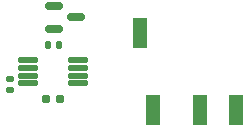
<source format=gbr>
%TF.GenerationSoftware,KiCad,Pcbnew,8.0.3-8.0.3-0~ubuntu23.10.1*%
%TF.CreationDate,2024-10-17T21:53:55-04:00*%
%TF.ProjectId,INA333,494e4133-3333-42e6-9b69-6361645f7063,rev?*%
%TF.SameCoordinates,Original*%
%TF.FileFunction,Paste,Top*%
%TF.FilePolarity,Positive*%
%FSLAX46Y46*%
G04 Gerber Fmt 4.6, Leading zero omitted, Abs format (unit mm)*
G04 Created by KiCad (PCBNEW 8.0.3-8.0.3-0~ubuntu23.10.1) date 2024-10-17 21:53:55*
%MOMM*%
%LPD*%
G01*
G04 APERTURE LIST*
G04 Aperture macros list*
%AMRoundRect*
0 Rectangle with rounded corners*
0 $1 Rounding radius*
0 $2 $3 $4 $5 $6 $7 $8 $9 X,Y pos of 4 corners*
0 Add a 4 corners polygon primitive as box body*
4,1,4,$2,$3,$4,$5,$6,$7,$8,$9,$2,$3,0*
0 Add four circle primitives for the rounded corners*
1,1,$1+$1,$2,$3*
1,1,$1+$1,$4,$5*
1,1,$1+$1,$6,$7*
1,1,$1+$1,$8,$9*
0 Add four rect primitives between the rounded corners*
20,1,$1+$1,$2,$3,$4,$5,0*
20,1,$1+$1,$4,$5,$6,$7,0*
20,1,$1+$1,$6,$7,$8,$9,0*
20,1,$1+$1,$8,$9,$2,$3,0*%
G04 Aperture macros list end*
%ADD10RoundRect,0.160000X0.197500X0.160000X-0.197500X0.160000X-0.197500X-0.160000X0.197500X-0.160000X0*%
%ADD11RoundRect,0.150000X-0.587500X-0.150000X0.587500X-0.150000X0.587500X0.150000X-0.587500X0.150000X0*%
%ADD12RoundRect,0.140000X-0.140000X-0.170000X0.140000X-0.170000X0.140000X0.170000X-0.140000X0.170000X0*%
%ADD13RoundRect,0.140000X-0.170000X0.140000X-0.170000X-0.140000X0.170000X-0.140000X0.170000X0.140000X0*%
%ADD14RoundRect,0.125000X0.687500X0.125000X-0.687500X0.125000X-0.687500X-0.125000X0.687500X-0.125000X0*%
%ADD15R,1.200000X2.500000*%
G04 APERTURE END LIST*
D10*
%TO.C,R1*%
X122302500Y-92300000D03*
X123497500Y-92300000D03*
%TD*%
D11*
%TO.C,U3*%
X122962500Y-84450000D03*
X122962500Y-86350000D03*
X124837500Y-85400000D03*
%TD*%
D12*
%TO.C,C2*%
X122420000Y-87700000D03*
X123380000Y-87700000D03*
%TD*%
D13*
%TO.C,C1*%
X119200000Y-90620000D03*
X119200000Y-91580000D03*
%TD*%
D14*
%TO.C,U1*%
X125012500Y-90975000D03*
X125012500Y-90325000D03*
X125012500Y-89675000D03*
X125012500Y-89025000D03*
X120787500Y-89025000D03*
X120787500Y-89675000D03*
X120787500Y-90325000D03*
X120787500Y-90975000D03*
%TD*%
D15*
%TO.C,J3*%
X135345000Y-93255000D03*
X138345000Y-93255000D03*
X130245000Y-86755000D03*
X131345000Y-93255000D03*
%TD*%
M02*

</source>
